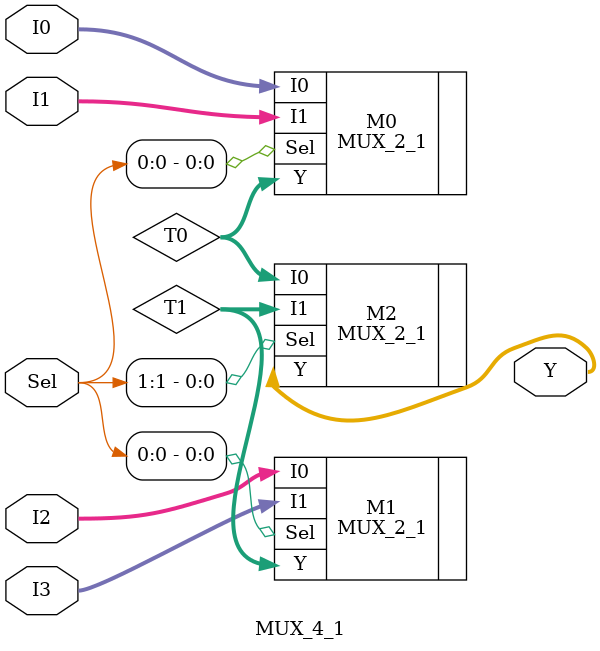
<source format=v>
module MUX_4_1 #(
    parameter WIDTH = 32
) (
    input [WIDTH-1:0] I0, I1, I2, I3,
    input [1:0] Sel,
    output [WIDTH-1:0] Y
);
    wire [WIDTH-1:0] T0, T1;
    MUX_2_1 #(.WIDTH(WIDTH)) M0 (.I0(I0), .I1(I1), .Sel(Sel[0]), .Y(T0));
    MUX_2_1 #(.WIDTH(WIDTH)) M1 (.I0(I2), .I1(I3), .Sel(Sel[0]), .Y(T1));
    MUX_2_1 #(.WIDTH(WIDTH)) M2 (.I0(T0), .I1(T1), .Sel(Sel[1]), .Y(Y));

endmodule
</source>
